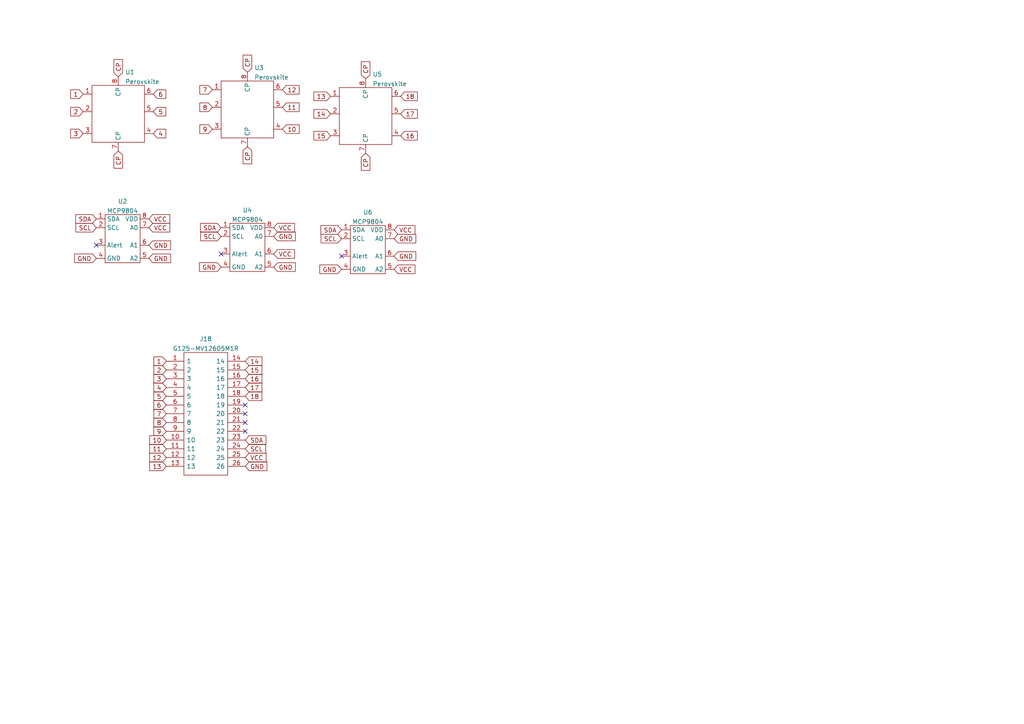
<source format=kicad_sch>
(kicad_sch (version 20211123) (generator eeschema)
  (paper "A4")
  (lib_symbols
    (symbol "HABLIB:G125-MV12605M1R" (pin_names (offset 0.762))
      (property "Reference" "J" (at 19.05 7.62 0))
      (property "Value" "G125-MV12605M1R" (at 19.05 5.08 0))
      (symbol "G125-MV12605M1R_0_0"
        (pin passive line (at 0 0 0) (length 5.08) (name "1") (number "1"))
        (pin passive line (at 0 -22.86 0) (length 5.08) (name "10") (number "10"))
        (pin passive line (at 0 -25.4 0) (length 5.08) (name "11") (number "11"))
        (pin passive line (at 0 -27.94 0) (length 5.08) (name "12") (number "12"))
        (pin passive line (at 0 -30.48 0) (length 5.08) (name "13") (number "13"))
        (pin passive line (at 22.86 0 180) (length 5.08) (name "14") (number "14"))
        (pin passive line (at 22.86 -2.54 180) (length 5.08) (name "15") (number "15"))
        (pin passive line (at 22.86 -5.08 180) (length 5.08) (name "16") (number "16"))
        (pin passive line (at 22.86 -7.62 180) (length 5.08) (name "17") (number "17"))
        (pin passive line (at 22.86 -10.16 180) (length 5.08) (name "18") (number "18"))
        (pin passive line (at 22.86 -12.7 180) (length 5.08) (name "19") (number "19"))
        (pin passive line (at 0 -2.54 0) (length 5.08) (name "2") (number "2"))
        (pin passive line (at 22.86 -15.24 180) (length 5.08) (name "20") (number "20"))
        (pin passive line (at 22.86 -17.78 180) (length 5.08) (name "21") (number "21"))
        (pin passive line (at 22.86 -20.32 180) (length 5.08) (name "22") (number "22"))
        (pin passive line (at 22.86 -22.86 180) (length 5.08) (name "23") (number "23"))
        (pin passive line (at 22.86 -25.4 180) (length 5.08) (name "24") (number "24"))
        (pin passive line (at 22.86 -27.94 180) (length 5.08) (name "25") (number "25"))
        (pin passive line (at 22.86 -30.48 180) (length 5.08) (name "26") (number "26"))
        (pin passive line (at 0 -5.08 0) (length 5.08) (name "3") (number "3"))
        (pin passive line (at 0 -7.62 0) (length 5.08) (name "4") (number "4"))
        (pin passive line (at 0 -10.16 0) (length 5.08) (name "5") (number "5"))
        (pin passive line (at 0 -12.7 0) (length 5.08) (name "6") (number "6"))
        (pin passive line (at 0 -15.24 0) (length 5.08) (name "7") (number "7"))
        (pin passive line (at 0 -17.78 0) (length 5.08) (name "8") (number "8"))
        (pin passive line (at 0 -20.32 0) (length 5.08) (name "9") (number "9"))
      )
      (symbol "G125-MV12605M1R_0_1"
        (polyline (pts (xy 5.08 2.54) (xy 17.78 2.54) (xy 17.78 -33.02) (xy 5.08 -33.02) (xy 5.08 2.54)) (stroke (width 0.1524)))
      )
    )
    (symbol "HABLIB:MCP9804"
      (property "Reference" "U" (at 0 0 0))
      (property "Value" "MCP9804" (at 0 10.16 0))
      (symbol "MCP9804_0_1"
        (rectangle (start -5.08 6.35) (end 5.08 -7.62))
      )
      (symbol "MCP9804_1_1"
        (pin bidirectional line (at -7.62 5.08 0) (length 2.54) (name "SDA") (number "1"))
        (pin bidirectional line (at -7.62 2.54 0) (length 2.54) (name "SCL") (number "2"))
        (pin bidirectional line (at -7.62 -2.54 0) (length 2.54) (name "Alert") (number "3"))
        (pin bidirectional line (at -7.62 -6.35 0) (length 2.54) (name "GND") (number "4"))
        (pin bidirectional line (at 7.62 -6.35 180) (length 2.54) (name "A2") (number "5"))
        (pin bidirectional line (at 7.62 -2.54 180) (length 2.54) (name "A1") (number "6"))
        (pin bidirectional line (at 7.62 2.54 180) (length 2.54) (name "A0") (number "7"))
        (pin bidirectional line (at 7.62 5.08 180) (length 2.54) (name "VDD") (number "8"))
      )
    )
    (symbol "HABLIB:Perovskite"
      (property "Reference" "U" (at 0 0 0))
      (property "Value" "Perovskite" (at -16.51 15.24 0))
      (symbol "Perovskite_0_1"
        (rectangle (start -7.62 7.62) (end 7.62 -8.89))
      )
      (symbol "Perovskite_1_1"
        (pin bidirectional line (at -10.16 5.08 0) (length 2.54) (name "") (number "1"))
        (pin bidirectional line (at -10.16 0 0) (length 2.54) (name "") (number "2"))
        (pin bidirectional line (at -10.16 -6.35 0) (length 2.54) (name "") (number "3"))
        (pin bidirectional line (at 10.16 -6.35 180) (length 2.54) (name "") (number "4"))
        (pin bidirectional line (at 10.16 0 180) (length 2.54) (name "") (number "5"))
        (pin bidirectional line (at 10.16 5.08 180) (length 2.54) (name "") (number "6"))
        (pin bidirectional line (at 0 -11.43 90) (length 2.54) (name "CP") (number "7"))
        (pin bidirectional line (at 0 10.16 270) (length 2.54) (name "CP") (number "8"))
      )
    )
  )
  (no_connect (at 27.94 71.12))
  (no_connect (at 64.135 73.66))
  (no_connect (at 99.06 74.295))
  (no_connect (at 71.12 117.475))
  (no_connect (at 71.12 125.095))
  (no_connect (at 71.12 122.555))
  (no_connect (at 71.12 120.015))
  (global_label "14" (shape input) (at 95.885 33.02 180) (property "Intersheet References" "${INTERSHEET_REFS}" (effects hide)))
  (global_label "1" (shape input) (at 48.26 104.775 180) (property "Intersheet References" "${INTERSHEET_REFS}" (effects hide)))
  (global_label "8" (shape input) (at 61.595 31.115 180) (property "Intersheet References" "${INTERSHEET_REFS}" (effects hide)))
  (global_label "SDA" (shape input) (at 64.135 66.04 180) (property "Intersheet References" "${INTERSHEET_REFS}" (effects hide)))
  (global_label "4" (shape input) (at 44.45 38.735 0) (property "Intersheet References" "${INTERSHEET_REFS}" (effects hide)))
  (global_label "6" (shape input) (at 44.45 27.305 0) (property "Intersheet References" "${INTERSHEET_REFS}" (effects hide)))
  (global_label "1" (shape input) (at 24.13 27.305 180) (property "Intersheet References" "${INTERSHEET_REFS}" (effects hide)))
  (global_label "VCC" (shape input) (at 114.3 78.105 0) (property "Intersheet References" "${INTERSHEET_REFS}" (effects hide)))
  (global_label "16" (shape input) (at 71.12 109.855 0) (property "Intersheet References" "${INTERSHEET_REFS}" (effects hide)))
  (global_label "CP" (shape input) (at 71.755 20.955 90) (property "Intersheet References" "${INTERSHEET_REFS}" (effects hide)))
  (global_label "SDA" (shape input) (at 27.94 63.5 180) (property "Intersheet References" "${INTERSHEET_REFS}" (effects hide)))
  (global_label "6" (shape input) (at 48.26 117.475 180) (property "Intersheet References" "${INTERSHEET_REFS}" (effects hide)))
  (global_label "CP" (shape input) (at 71.755 42.545 270) (property "Intersheet References" "${INTERSHEET_REFS}" (effects hide)))
  (global_label "GND" (shape input) (at 27.94 74.93 180) (property "Intersheet References" "${INTERSHEET_REFS}" (effects hide)))
  (global_label "14" (shape input) (at 71.12 104.775 0) (property "Intersheet References" "${INTERSHEET_REFS}" (effects hide)))
  (global_label "5" (shape input) (at 48.26 114.935 180) (property "Intersheet References" "${INTERSHEET_REFS}" (effects hide)))
  (global_label "GND" (shape input) (at 43.18 71.12 0) (property "Intersheet References" "${INTERSHEET_REFS}" (effects hide)))
  (global_label "SCL" (shape input) (at 64.135 68.58 180) (property "Intersheet References" "${INTERSHEET_REFS}" (effects hide)))
  (global_label "CP" (shape input) (at 106.045 22.86 90) (property "Intersheet References" "${INTERSHEET_REFS}" (effects hide)))
  (global_label "SDA" (shape input) (at 71.12 127.635 0) (property "Intersheet References" "${INTERSHEET_REFS}" (effects hide)))
  (global_label "CP" (shape input) (at 106.045 44.45 270) (property "Intersheet References" "${INTERSHEET_REFS}" (effects hide)))
  (global_label "SDA" (shape input) (at 99.06 66.675 180) (property "Intersheet References" "${INTERSHEET_REFS}" (effects hide)))
  (global_label "9" (shape input) (at 61.595 37.465 180) (property "Intersheet References" "${INTERSHEET_REFS}" (effects hide)))
  (global_label "GND" (shape input) (at 114.3 74.295 0) (property "Intersheet References" "${INTERSHEET_REFS}" (effects hide)))
  (global_label "3" (shape input) (at 24.13 38.735 180) (property "Intersheet References" "${INTERSHEET_REFS}" (effects hide)))
  (global_label "10" (shape input) (at 48.26 127.635 180) (property "Intersheet References" "${INTERSHEET_REFS}" (effects hide)))
  (global_label "VCC" (shape input) (at 43.18 66.04 0) (property "Intersheet References" "${INTERSHEET_REFS}" (effects hide)))
  (global_label "15" (shape input) (at 71.12 107.315 0) (property "Intersheet References" "${INTERSHEET_REFS}" (effects hide)))
  (global_label "12" (shape input) (at 81.915 26.035 0) (property "Intersheet References" "${INTERSHEET_REFS}" (effects hide)))
  (global_label "GND" (shape input) (at 43.18 74.93 0) (property "Intersheet References" "${INTERSHEET_REFS}" (effects hide)))
  (global_label "7" (shape input) (at 61.595 26.035 180) (property "Intersheet References" "${INTERSHEET_REFS}" (effects hide)))
  (global_label "4" (shape input) (at 48.26 112.395 180) (property "Intersheet References" "${INTERSHEET_REFS}" (effects hide)))
  (global_label "9" (shape input) (at 48.26 125.095 180) (property "Intersheet References" "${INTERSHEET_REFS}" (effects hide)))
  (global_label "18" (shape input) (at 116.205 27.94 0) (property "Intersheet References" "${INTERSHEET_REFS}" (effects hide)))
  (global_label "2" (shape input) (at 48.26 107.315 180) (property "Intersheet References" "${INTERSHEET_REFS}" (effects hide)))
  (global_label "GND" (shape input) (at 71.12 135.255 0) (property "Intersheet References" "${INTERSHEET_REFS}" (effects hide)))
  (global_label "16" (shape input) (at 116.205 39.37 0) (property "Intersheet References" "${INTERSHEET_REFS}" (effects hide)))
  (global_label "13" (shape input) (at 48.26 135.255 180) (property "Intersheet References" "${INTERSHEET_REFS}" (effects hide)))
  (global_label "GND" (shape input) (at 114.3 69.215 0) (property "Intersheet References" "${INTERSHEET_REFS}" (effects hide)))
  (global_label "13" (shape input) (at 95.885 27.94 180) (property "Intersheet References" "${INTERSHEET_REFS}" (effects hide)))
  (global_label "GND" (shape input) (at 79.375 77.47 0) (property "Intersheet References" "${INTERSHEET_REFS}" (effects hide)))
  (global_label "GND" (shape input) (at 79.375 68.58 0) (property "Intersheet References" "${INTERSHEET_REFS}" (effects hide)))
  (global_label "VCC" (shape input) (at 43.18 63.5 0) (property "Intersheet References" "${INTERSHEET_REFS}" (effects hide)))
  (global_label "2" (shape input) (at 24.13 32.385 180) (property "Intersheet References" "${INTERSHEET_REFS}" (effects hide)))
  (global_label "VCC" (shape input) (at 114.3 66.675 0) (property "Intersheet References" "${INTERSHEET_REFS}" (effects hide)))
  (global_label "SCL" (shape input) (at 71.12 130.175 0) (property "Intersheet References" "${INTERSHEET_REFS}" (effects hide)))
  (global_label "7" (shape input) (at 48.26 120.015 180) (property "Intersheet References" "${INTERSHEET_REFS}" (effects hide)))
  (global_label "SCL" (shape input) (at 27.94 66.04 180) (property "Intersheet References" "${INTERSHEET_REFS}" (effects hide)))
  (global_label "CP" (shape input) (at 34.29 43.815 270) (property "Intersheet References" "${INTERSHEET_REFS}" (effects hide)))
  (global_label "VCC" (shape input) (at 71.12 132.715 0) (property "Intersheet References" "${INTERSHEET_REFS}" (effects hide)))
  (global_label "SCL" (shape input) (at 99.06 69.215 180) (property "Intersheet References" "${INTERSHEET_REFS}" (effects hide)))
  (global_label "VCC" (shape input) (at 79.375 66.04 0) (property "Intersheet References" "${INTERSHEET_REFS}" (effects hide)))
  (global_label "5" (shape input) (at 44.45 32.385 0) (property "Intersheet References" "${INTERSHEET_REFS}" (effects hide)))
  (global_label "GND" (shape input) (at 64.135 77.47 180) (property "Intersheet References" "${INTERSHEET_REFS}" (effects hide)))
  (global_label "17" (shape input) (at 71.12 112.395 0) (property "Intersheet References" "${INTERSHEET_REFS}" (effects hide)))
  (global_label "VCC" (shape input) (at 79.375 73.66 0) (property "Intersheet References" "${INTERSHEET_REFS}" (effects hide)))
  (global_label "18" (shape input) (at 71.12 114.935 0) (property "Intersheet References" "${INTERSHEET_REFS}" (effects hide)))
  (global_label "11" (shape input) (at 48.26 130.175 180) (property "Intersheet References" "${INTERSHEET_REFS}" (effects hide)))
  (global_label "3" (shape input) (at 48.26 109.855 180) (property "Intersheet References" "${INTERSHEET_REFS}" (effects hide)))
  (global_label "12" (shape input) (at 48.26 132.715 180) (property "Intersheet References" "${INTERSHEET_REFS}" (effects hide)))
  (global_label "15" (shape input) (at 95.885 39.37 180) (property "Intersheet References" "${INTERSHEET_REFS}" (effects hide)))
  (global_label "10" (shape input) (at 81.915 37.465 0) (property "Intersheet References" "${INTERSHEET_REFS}" (effects hide)))
  (global_label "GND" (shape input) (at 99.06 78.105 180) (property "Intersheet References" "${INTERSHEET_REFS}" (effects hide)))
  (global_label "CP" (shape input) (at 34.29 22.225 90) (property "Intersheet References" "${INTERSHEET_REFS}" (effects hide)))
  (global_label "11" (shape input) (at 81.915 31.115 0) (property "Intersheet References" "${INTERSHEET_REFS}" (effects hide)))
  (global_label "8" (shape input) (at 48.26 122.555 180) (property "Intersheet References" "${INTERSHEET_REFS}" (effects hide)))
  (global_label "17" (shape input) (at 116.205 33.02 0) (property "Intersheet References" "${INTERSHEET_REFS}" (effects hide)))
  (symbol (lib_id "HABLIB:Perovskite") (at 34.29 32.385 0) (unit 1)
    (property "Reference" "U1" (at 36.3094 20.9255 0) (effects (justify left)))
    (property "Value" "Perovskite" (at 36.3094 23.7006 0) (effects (justify left)))
  )
  (symbol (lib_id "HABLIB:Perovskite") (at 106.045 33.02 0) (unit 1)
    (property "Reference" "U5" (at 108.0644 21.5605 0) (effects (justify left)))
    (property "Value" "Perovskite" (at 108.0644 24.3356 0) (effects (justify left)))
  )
  (symbol (lib_id "HABLIB:MCP9804") (at 35.56 68.58 0) (unit 1)
    (property "Reference" "U2" (at 35.56 58.3905 0))
    (property "Value" "MCP9804" (at 35.56 61.1656 0))
    (property "Footprint" "HABFootprint:MCP9804" (effects hide))
  )
  (symbol (lib_id "HABLIB:Perovskite") (at 71.755 31.115 0) (unit 1)
    (property "Reference" "U3" (at 73.7744 19.6555 0) (effects (justify left)))
    (property "Value" "Perovskite" (at 73.7744 22.4306 0) (effects (justify left)))
  )
  (symbol (lib_id "HABLIB:G125-MV12605M1R") (at 48.26 104.775 0) (unit 1)
    (property "Reference" "J18" (at 59.69 98.3193 0))
    (property "Value" "G125-MV12605M1R" (at 59.69 101.0944 0))
    (property "Footprint" "HABFootprint:BOTTOM-G125-MV12605M1R" (effects hide))
    (property "Datasheet" "https://cdn.harwin.com/pdfs/G125-MV1XX05M1R.pdf" (effects hide))
    (property "Description" "Gecko Screw-Lok DIL Male Vertical Throughboard Connector, internally threaded screw fixings, gold, pick &amp; place (Tape &amp; Reel packing), 26 contacts" (effects hide))
    (property "Height" "6.9" (effects hide))
    (property "Manufacturer_Name" "Harwin" (effects hide))
    (property "Manufacturer_Part_Number" "G125-MV12605M1R" (effects hide))
    (property "Mouser Part Number" "855-G125-MV12605M1R" (effects hide))
    (property "Mouser Price/Stock" "https://www.mouser.com/Search/Refine.aspx?Keyword=855-G125-MV12605M1R" (effects hide))
  )
  (symbol (lib_id "HABLIB:MCP9804") (at 106.68 71.755 0) (unit 1)
    (property "Reference" "U6" (at 106.68 61.5655 0))
    (property "Value" "MCP9804" (at 106.68 64.3406 0))
    (property "Footprint" "HABFootprint:MCP9804" (effects hide))
  )
  (symbol (lib_id "HABLIB:MCP9804") (at 71.755 71.12 0) (unit 1)
    (property "Reference" "U4" (at 71.755 60.9305 0))
    (property "Value" "MCP9804" (at 71.755 63.7056 0))
    (property "Footprint" "HABFootprint:MCP9804" (effects hide))
  )
)
</source>
